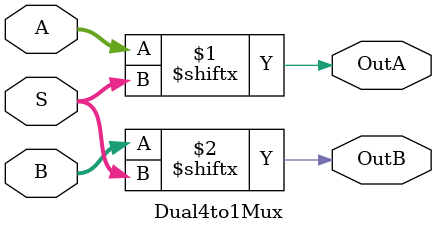
<source format=v>
/*
  ECE 171 Project 2
  March 2022
  Andrew Stanton

  Dual 4 to 1 Multiplexer
  Params:
  Output of mux A, Output of mux B, Select bits, inputs for mux A, inputs for mux B
*/

module Dual4to1Mux(OutA, OutB, S, A, B);
input [1:0] S;
input [3:0] A, B;
output OutA, OutB;

assign OutA = A[S];
assign OutB = B[S];
endmodule

</source>
